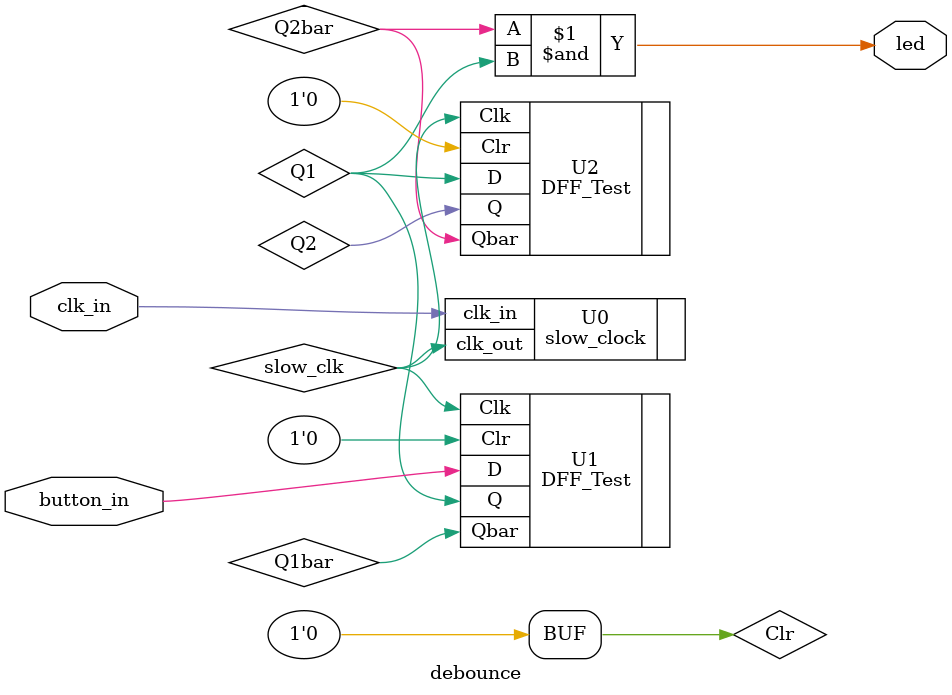
<source format=sv>
`timescale 1ns / 1ps


module debounce(
    input clk_in,
    input button_in,
    output led
    );
    
    reg Clr = 1'b0;
    wire slow_clk, Q1,Q1bar,Q2,Q2bar;
    // Instantition
    slow_clock U0(.clk_in(clk_in), .clk_out(slow_clk));
    DFF_Test U1(.D(button_in), .Clk(slow_clk), .Clr(Clr), .Q(Q1), .Qbar(Q1bar));
    DFF_Test U2(.D(Q1), .Clk(slow_clk), .Clr(Clr), .Q(Q2), .Qbar(Q2bar));
    
    assign led = Q2bar & Q1;
endmodule

</source>
